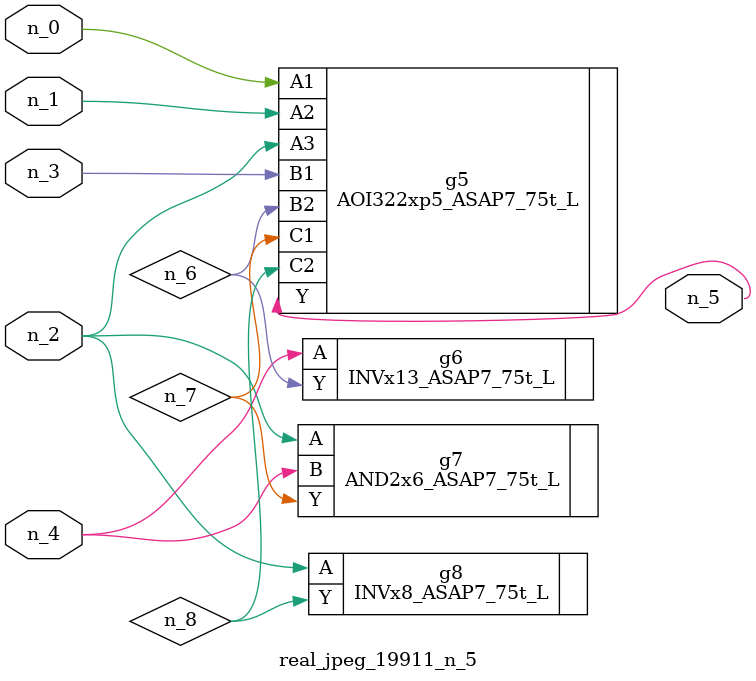
<source format=v>
module real_jpeg_19911_n_5 (n_4, n_0, n_1, n_2, n_3, n_5);

input n_4;
input n_0;
input n_1;
input n_2;
input n_3;

output n_5;

wire n_8;
wire n_6;
wire n_7;

AOI322xp5_ASAP7_75t_L g5 ( 
.A1(n_0),
.A2(n_1),
.A3(n_2),
.B1(n_3),
.B2(n_6),
.C1(n_7),
.C2(n_8),
.Y(n_5)
);

AND2x6_ASAP7_75t_L g7 ( 
.A(n_2),
.B(n_4),
.Y(n_7)
);

INVx8_ASAP7_75t_L g8 ( 
.A(n_2),
.Y(n_8)
);

INVx13_ASAP7_75t_L g6 ( 
.A(n_4),
.Y(n_6)
);


endmodule
</source>
